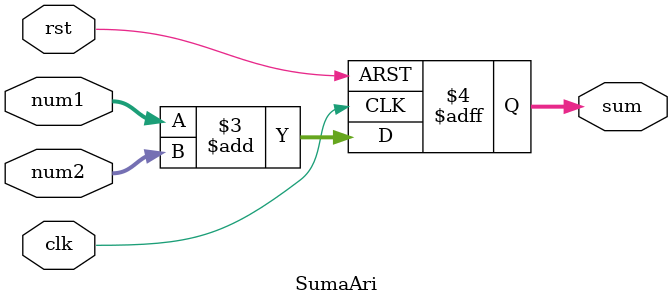
<source format=sv>
module sistema_calculadora (
    input logic clk,
    input logic rst,
    input logic col_0, 
    input logic col_1, 
    input logic col_2, 
    input logic col_3,
    output logic [3:0] fila, // La fila que será controlada por el contador de anillo
    output logic [3:0] an,       // Para los displays
    output logic [6:0] seg,      // Para los segmentos del display a,b,c,d,e,f,g
    output logic [13:0] resultado // Resultado de la suma
);

    // conexiones entre módulos
    logic [3:0] tecla_pre;
    logic suma, igual;
    logic clk_div;
    
    // Señales para almacenar números
    logic [11:0] numero1, numero2;
    logic cargar_numero1, cargar_numero2, reset_datos;

    //para filas
    logic [3:0] fila_contador;
    
    // Instanciar el contador de anillo que controla la fila
    cont_anillo cont_ani_inst(
        .clk(clk),
        .rst(rst),
        .fila(fila_contador) // Este módulo controla la fila
    );
    assign fila = fila_contador;



    // Instanciación de los módulos
    capturador_de_teclas capturador_inst(
        .clk(clk),
        .rst(rst),
        .col_0(col_0),
        .col_1(col_1),
        .col_2(col_2),
        .col_3(col_3),
        .fila_ent(fila_contador), // Conectamos a la fila del contador
        .tecla_pre(tecla_pre),
        .suma(suma),
        .igual(igual)
    );

    
    almacenamiento_datos almacenamiento_inst(
        .clk(clk),
        .rst(rst),
        .tecla_pre(tecla_pre),
        .cargar_numero1(cargar_numero1),
        .cargar_numero2(cargar_numero2),
        .reset_datos(reset_datos),
        .numero1(numero1),
        .numero2(numero2)
    );
    
    maquina_estado maquina_inst(
        .clk(clk),
        .rst(rst),
        .a(suma),
        .b(igual),
        .c(1'b0), // Conectar a la tecla de eliminar si la tienes
        .tecla_pre(tecla_pre),
        .cargar_numero1(cargar_numero1),
        .cargar_numero2(cargar_numero2),
        .rst_datos(reset_datos)
    );

    // Instanciar el módulo de suma
    SumaAri suma_inst(
        .clk(clk),
        .rst(rst),
        .num1(numero1),
        .num2(numero2),
        .sum(resultado)
    );

    // Instanciar el módulo de display
    display display_inst(
        .rst(rst),
        .clk(clk),
        .a(cargar_numero1),  // Cambia según tu lógica de visualización
        .b(cargar_numero2),
        .numero1(numero1),
        .numero2(numero2),
        .an(an),
        .seg(seg)
    );

    


endmodule

module capturador_de_teclas(
    input logic clk,
    input logic rst,
    input logic col_0, 
    input logic col_1, 
    input logic col_2, 
    input logic col_3,
 
    input logic [3:0] fila_ent, // Asegúrate de que esto se conecta correctamente
    output logic [3:0] tecla_pre, 
    output logic suma,     
    output logic igual
);

    logic clk_div;
    logic col_00;
    logic col_11;
    logic col_22;
    logic col_33;

    // Instanciar los módulos de rebote
    rebote rebote_ins0(
        .clk(clk),
        .boton(col_0),
        .boton_sal(col_00)
    );
    rebote rebote_ins1(
        .clk(clk),
        .boton(col_1),
        .boton_sal(col_11)
    );
    rebote rebote_ins2(
        .clk(clk),
        .boton(col_2),
        .boton_sal(col_22)
    );
    rebote rebote_ins3(
        .clk(clk),
        .boton(col_3),
        .boton_sal(col_33)
    );

    // Instanciar el detector de columnas
    detector_columna detector_col_inst(
        .clk(clk),
        .rst(rst),
        .fila(fila_ent), // Conexión correcta aquí
        .col_0(col_00),
        .col_1(col_11),
        .col_2(col_22),
        .col_3(col_33),
        .tecla_pre(tecla_pre),
        .suma(suma),
        .igual(igual)
    );

    // Instanciar el divisor de reloj
    divisor divisor_inst(
        .clk(clk),
        .clk_div(clk_div)
    );

endmodule


module cont_anillo(
    input logic clk,
    input logic rst,
    output logic [3:0] fila
);
    logic [3:0] fila_encendida;

    // Contador de anillo
    always_ff @(posedge clk or posedge rst) begin
        // Enciende la primera fila, para dar corriente.
        if (rst) begin
            fila_encendida <= 4'b0001;  
        end
        // Pasa a encender la siguiente fila cada nuevo ciclo del clock
        else begin
            fila_encendida <= {fila_encendida[2:0], fila_encendida[3]};
        end
    end

    // Se le asigna la salida.
    assign fila = fila_encendida;
endmodule

module detector_columna (
    input logic clk,
    input logic rst,
    input logic [3:0] fila,  // Entrada del contador de anillo
    
    // Entradas físicas a FPGA
    input logic col_0, 
    input logic col_1, 
    input logic col_2, 
    input logic col_3, 

    output logic [3:0] tecla_pre,    // Salida de teclas en bits
    output logic suma,         // Salida de código de suma
    output logic igual        // Salida de código de igual
);

    // Definición de estados de la FSM
    typedef enum logic [4:0] { 
        F0, F1, F2, F3, 
        F0C0, F0C1, F0C2, F0C3,
        F1C0, F1C1, F1C2, F1C3,
        F2C0, F2C1, F2C2, F2C3,
        F3C0, F3C1, F3C2, F3C3
    } estado;

    estado estado_act, estado_sig;
    logic [3:0] salida;

    // Para el estado actual
    always_ff @(posedge clk or posedge rst) begin
        if (rst) begin
            estado_act <= F0;
        end else begin
            estado_act <= estado_sig;
        end
    end

    // Lógica combinacional de la FSM, entre los estados
    always_comb begin
        // Asignación por defecto a la salida
        salida = 4'b0000;  // Valor por defecto para evitar latch
        estado_sig = estado_act; // Estado por defecto

        case (estado_act)
            F0: begin
                if (fila == 4'b0001) begin
                    if (col_0) estado_sig = F0C0; 
                    else if (col_1) estado_sig = F0C1;
                    else if (col_2) estado_sig = F0C2;
                    else if (col_3) estado_sig = F0C3;
                    else estado_sig = F1;
                end else begin 
                    estado_sig = F1;
                end
            end
            F1: begin
                if (fila == 4'b0010) begin
                    if (col_0) estado_sig = F1C0; 
                    else if (col_1) estado_sig = F1C1;
                    else if (col_2) estado_sig = F1C2;
                    else if (col_3) estado_sig = F1C3;
                    else estado_sig = F2;
                end else begin 
                    estado_sig = F2;
                end
            end
            F2: begin
                if (fila == 4'b0100) begin
                    if (col_0) estado_sig = F2C0;
                    else if (col_1) estado_sig = F2C1;
                    else if (col_2) estado_sig = F2C2;
                    else if (col_3) estado_sig = F2C3;
                    else estado_sig = F3;
                end else begin 
                    estado_sig = F3;
                end
            end
            F3: begin
                if (fila == 4'b1000) begin
                    if (col_0) estado_sig = F3C0;
                    else if (col_1) estado_sig = F3C1;
                    else if (col_2) estado_sig = F3C2;
                    else if (col_3) estado_sig = F3C3;
                    else estado_sig = F0;
                end else begin 
                    estado_sig = F0;
                end
            end
            // Manejo de las filas por teclas
            F0C0: begin salida = 4'b0000; estado_sig = F0; end
            F0C1: begin salida = 4'b0001; estado_sig = F0; end
            F0C2: begin salida = 4'b0010; estado_sig = F0; end
            F0C3: begin salida = 4'b0011; estado_sig = F0; end
            F1C0: begin salida = 4'b0100; estado_sig = F1; end
            F1C1: begin salida = 4'b0101; estado_sig = F1; end
            F1C2: begin salida = 4'b0110; estado_sig = F1; end
            F1C3: begin salida = 4'b0111; estado_sig = F1; end
            F2C0: begin salida = 4'b1000; estado_sig = F2; end
            F2C1: begin salida = 4'b1001; estado_sig = F2; end
            F2C2: begin salida = 4'b1010; estado_sig = F2; end
            F2C3: begin salida = 4'b1011; estado_sig = F2; end
            F3C0: begin salida = 4'b1100; estado_sig = F3; end
            F3C1: begin salida = 4'b1101; estado_sig = F3; end
            F3C2: begin salida = 4'b1110; estado_sig = F3; end
            F3C3: begin salida = 4'b1111; estado_sig = F3; end
        endcase
    end

    // Asignar la salida
    assign tecla_pre = salida;

    // Asignar las señales de suma e igual según sea necesario
    always_comb begin
        suma = (tecla_pre == 4'b0001); // Asignación de ejemplo, cambia según tu lógica
        igual = (tecla_pre == 4'b0010); // Asignación de ejemplo, cambia según tu lógica
    end

endmodule




module divisor (
    input logic clk,
    output reg clk_div
);

    parameter frecuencia = 27000000; //27 Mhz
    parameter fre = 1000000; //1Mhz
    parameter max_cuenta = frecuencia / (2*fre); //13.5 ciclos aprox 

    reg [4:0]cuenta;

    initial begin 
        cuenta = 0;
        clk_div = 0;
    end

    always_ff @(posedge clk) begin 
        if (cuenta == max_cuenta) begin //la cantidad de ciclos en alto o bajo
            clk_div <= ~clk_div;
            cuenta <= 0;
        end
        else begin
            cuenta <= cuenta+1;

        end
    end

endmodule



module rebote(
    input logic clk,
    input logic boton,
    output logic boton_sal
); 
    logic clk_hab;
    //Salidas de FF D, Q2_com es el complemento.
    logic q1, q2, q2_com, q0;

    divisor clk_ha( clk, clk_hab);

    FF_D_habilitador ff1(clk, clk_hab, boton, q0);
    FF_D_habilitador ff2(clk, clk_hab, q0, q1);
    FF_D_habilitador ff3(clk, clk_hab, q1, q2);

    assign q2_com = ~q2;
    assign boton_sal = q1 & q2_com; //AND para salida
endmodule


//FF_D se actualiza cuando clk_hab esta en alto.
module FF_D_habilitador(
    input logic clk, 
    input logic clk_hab,
    input logic D, 
    output reg Q=0
);
    always_ff @ (posedge clk) begin
        if(clk_hab == 1) 
            Q <= D;
    end
endmodule 


//***************************************

module almacenamiento_datos (
    input logic clk,
    input logic rst,
    input logic [3:0] tecla_pre,   
    input logic cargar_numero1,    
    input logic cargar_numero2,    
    input logic reset_datos,       
    output logic [11:0] numero1,  
    output logic [11:0] numero2
);

    logic [1:0] indice_numero1; 
    logic [1:0] indice_numero2; 

    always_ff @(posedge clk or posedge rst) begin
        if (rst) begin
            // Inicializa los valores
            indice_numero1 <= 0;
            indice_numero2 <= 0;
            numero1 <= 12'b0;
            numero2 <= 12'b0;
        end else begin
            if (reset_datos) begin
                numero1 <= 12'b0;
                numero2 <= 12'b0;
                indice_numero1 <= 0;
                indice_numero2 <= 0;
            end else begin
                if (cargar_numero1) begin
                    case (indice_numero1)
                        2'b00: numero1[3:0]   <= tecla_pre;
                        2'b01: numero1[7:4]   <= tecla_pre;
                        2'b10: numero1[11:8]  <= tecla_pre;
                        default: ; // Agregar un caso por defecto para manejar índices no válidos
                    endcase
                    // Incrementar índice y reiniciar si es necesario
                    if (indice_numero1 < 2'b10) begin
                        indice_numero1 <= indice_numero1 + 1;
                    end else begin
                        indice_numero1 <= 0; // Reinicia si se supera el límite
                    end
                end else if (cargar_numero2) begin
                    case (indice_numero2)
                        2'b00: numero2[3:0]   <= tecla_pre;
                        2'b01: numero2[7:4]   <= tecla_pre;
                        2'b10: numero2[11:8]  <= tecla_pre;
                        default: ; // Agregar un caso por defecto para manejar índices no válidos
                    endcase
                    // Incrementar índice y reiniciar si es necesario
                    if (indice_numero2 < 2'b10) begin
                        indice_numero2 <= indice_numero2 + 1;
                    end else begin
                        indice_numero2 <= 0; // Reinicia si se supera el límite
                    end
                end 
            end
        end
    end

endmodule


module maquina_estado (
    input logic clk,
    input logic rst,
    input logic a,   // señal para suma
    input logic b,   // señal para igual
    input logic c,   // posiblemente para eliminar
    input logic [3:0] tecla_pre,
    output logic cargar_numero1,
    output logic cargar_numero2,
    output logic rst_datos
);

    typedef enum logic [2:0] {
        IDLE,
        CARGAR_NUMERO1,
        CARGAR_NUMERO2,
        REALIZAR_SUMA,
        MOSTRAR_RESULTADO
    } estado;

    estado estado_act, estado_sig;

    // Lógica de transición de estados
    always_ff @(posedge clk or posedge rst) begin
        if (rst) begin
            estado_act <= IDLE;
        end else begin
            estado_act <= estado_sig;
        end
    end

    // Lógica combinacional para determinar el siguiente estado
    always_comb begin
        estado_sig = estado_act; // por defecto sigue en el estado actual
        cargar_numero1 = 0;
        cargar_numero2 = 0;
        rst_datos = 0;

        case (estado_act)
            IDLE: begin
                if (tecla_pre != 4'b0000) begin // si hay una tecla presionada
                    cargar_numero1 = 1;
                    estado_sig = CARGAR_NUMERO1;
                end
            end
            CARGAR_NUMERO1: begin
                if (a) begin // si se presiona la tecla de suma
                    cargar_numero2 = 1;
                    estado_sig = CARGAR_NUMERO2;
                end else if (b) begin // si se presiona igual
                    estado_sig = REALIZAR_SUMA;
                end
            end
            CARGAR_NUMERO2: begin
                if (b) begin // si se presiona igual
                    estado_sig = REALIZAR_SUMA;
                end
            end
            REALIZAR_SUMA: begin
                // Realiza la suma
                estado_sig = MOSTRAR_RESULTADO;
            end
            MOSTRAR_RESULTADO: begin
                // Muestra el resultado
                if (rst) begin // resetea el sistema
                    estado_sig = IDLE;
                end
            end
            default: estado_sig = IDLE;
        endcase
    end
endmodule


//  Module para los 4 display con los dos numeros de 3 digitos
module display(
    input logic rst,                // Reset
    input logic clk,                // Reloj principal
    input logic a,                  // Control para mostrar el primer número
    input logic b,                  // Control para mostrar el segundo número
    input logic [11:0] numero1,     // Primer número de 12 bits
    input logic [11:0] numero2,     // Segundo número de 12 bits
    output logic [3:0] an,          // Señal de activación de los anodos (4 displays)
    output logic [6:0] seg          // Señal para los segmentos (7 segmentos)
);

    // Registros para el número a mostrar
    logic [3:0] numero_mostrar;     // Número actual que se mostrará en el display

    // Contador para seleccionar qué número y qué display activar
    logic [1:0] contador;           // Contador para rotar entre los displays

    // Contador de refresco para cambiar los displays secuencialmente
    logic [18:0] refresh_counter;   // Ajustado para generar la señal de refresco
    wire [1:0] display_select;      // Valor para seleccionar el display activo

    // Contador de refresco para cambiar entre los displays
    always_ff @(posedge clk or posedge rst) begin
        if (rst) begin
            refresh_counter <= 0;
        end else begin
            refresh_counter <= refresh_counter + 1;
        end
    end

    // Selecciona cuál display activar en cada ciclo de refresco
    assign display_select = refresh_counter[18:17];  // Usamos los bits más altos para dividir el reloj

    // Control de activación de los displays según el contador
    always_ff @(posedge clk or posedge rst) begin
        if (rst) begin
            contador <= 0;
            an <= 4'b1110;  // Activar el primer display
        end else begin
            case (display_select)
                2'b00: begin
                    an <= 4'b1110; // Activar el primer display
                    numero_mostrar <= numero1[3:0]; // Mostrar el nibble menos significativo de `numero1`
                end
                2'b01: begin
                    an <= 4'b1101; // Activar el segundo display
                    numero_mostrar <= numero1[7:4]; // Mostrar el segundo nibble de `numero1`
                end
                2'b10: begin
                    an <= 4'b1011; // Activar el tercer display
                    numero_mostrar <= numero2[3:0]; // Mostrar el nibble menos significativo de `numero2`
                end
                2'b11: begin
                    an <= 4'b0111; // Activar el cuarto display
                    numero_mostrar <= numero2[7:4]; // Mostrar el segundo nibble de `numero2`
                end
                default: begin
                    an <= 4'b1111; // Apagar tods los displays
                end
            endcase
        end
    end

    // Lógica de decodificación para los segmentos del display
    always_comb begin
        case (numero_mostrar)
            4'h0: seg = 7'b0111111; // 0
            4'h1: seg = 7'b0000110; // 1
            4'h2: seg = 7'b1011011; // 2
            4'h3: seg = 7'b1001111; // 3
            4'h4: seg = 7'b1100110; // 4
            4'h5: seg = 7'b1101101; // 5
            4'h6: seg = 7'b1111101; // 6
            4'h7: seg = 7'b0000111; // 7
            4'h8: seg = 7'b1111111; // 8
            4'h9: seg = 7'b1101111; // 9
            4'hA: seg = 7'b1110111; // A
            4'hB: seg = 7'b1111100; // B
            4'hC: seg = 7'b0111001; // C
            4'hD: seg = 7'b1011110; // D
            4'hE: seg = 7'b1111001; // E
            4'hF: seg = 7'b1110001; // F
            default: seg = 7'b0000000; // Apagar tods los segmentos
        endcase
    end

endmodule




module SumaAri (
    input logic clk,           // Señal de reloj
    input logic rst,         // Señal de reset activa baja
    input logic [11:0] num1,   // Primer número de entrada (3 dígitos decimales)
    input logic [11:0] num2,   // Segundo número de entrada (3 dígitos decimales)
    output logic [13:0] sum    // Resultado de la suma (máximo 4 dígitos decimales)
);

    always_ff @(posedge clk or negedge rst) begin
        if (!rst) begin
            sum <= 14'd0; // Resetear el resultado de la suma
        end else begin
            sum <= num1 + num2; // Realizar la suma aritmética
        end
    end

endmodule
</source>
